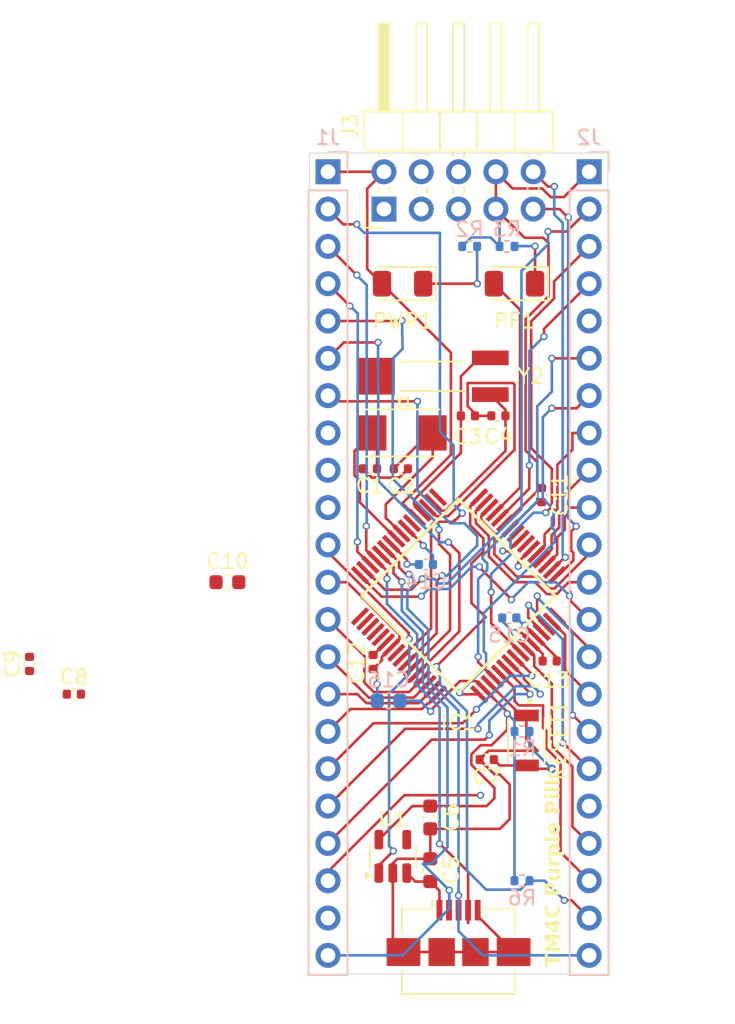
<source format=kicad_pcb>
(kicad_pcb (version 20240108) (generator "pcbnew") (generator_version "8.0")
  (layers (0 "F.Cu" signal) (31 "B.Cu" signal) (34 "B.Paste" user) (35 "F.Paste" user) (36 "B.SilkS" user "B.Silkscreen") (37 "F.SilkS" user "F.Silkscreen") (38 "B.Mask" user) (39 "F.Mask" user) (44 "Edge.Cuts" user))
  (net 0 "")
  (net 1 "/OSC1")
  (net 2 "GND")
  (net 3 "/XOSC1")
  (net 4 "/GNDX")
  (net 5 "/OSC0")
  (net 6 "/XOSC0")
  (net 7 "/VIN")
  (net 8 "/NRST")
  (net 9 "+3.3V")
  (net 10 "/VDDC")
  (net 11 "/PF1")
  (net 12 "/PD7")
  (net 13 "/PD5")
  (net 14 "/PC7")
  (net 15 "/PB1")
  (net 16 "/PB0")
  (net 17 "/PA4")
  (net 18 "/PB5")
  (net 19 "/PC4")
  (net 20 "/TCK{slash}SWCLK")
  (net 21 "/PE1")
  (net 22 "/TDI")
  (net 23 "/PA3")
  (net 24 "/PB3")
  (net 25 "/RX")
  (net 26 "/PF4")
  (net 27 "/PB4")
  (net 28 "/PF0")
  (net 29 "/PB2")
  (net 30 "/PC6")
  (net 31 "/TX")
  (net 32 "/PD4")
  (net 33 "/PD2")
  (net 34 "/PB7")
  (net 35 "/NWAKE")
  (net 36 "/PA7")
  (net 37 "/PA2")
  (net 38 "/PE0")
  (net 39 "/PA6")
  (net 40 "/PE2")
  (net 41 "/PD0")
  (net 42 "/PE4")
  (net 43 "/PD3")
  (net 44 "/PD6")
  (net 45 "/PD1")
  (net 46 "/PE5")
  (net 47 "/PB6")
  (net 48 "/NHIB")
  (net 49 "/TDO{slash}SWO")
  (net 50 "/PE3")
  (net 51 "/PA5")
  (net 52 "/PF2")
  (net 53 "/PF3")
  (net 54 "/PC5")
  (net 55 "/TMS{slash}SWDIO")
  (net 56 "/TDP{slash}SWO")
  (net 57 "/RST")
  (net 58 "Net-(PF1-K)")
  (net 59 "Net-(PWR1-K)")
  (footprint "Capacitor_SMD:C_0402_1005Metric" (layer "F.Cu") (at 81.28 84.3 90)
    (property "Reference" "C9")
    (property "Value" ".1uF")
  )
  (footprint "ABM3-16.000MHZ-B2-T:XTAL_ABM3-16.000MHZ-B2-T" (layer "F.Cu") (at 106.68 68.58)
    (property "Reference" "Y1")
    (property "Value" "ABM3-16.000MHZ-B2-T")
  )
  (footprint "Capacitor_SMD:C_0402_1005Metric" (layer "F.Cu") (at 106.561401 71.020548)
    (property "Reference" "C2")
    (property "Value" "10pF")
  )
  (footprint "Capacitor_SMD:C_0402_1005Metric" (layer "F.Cu") (at 112.410534 90.812871 180)
    (property "Reference" "C7")
    (property "Value" ".1uF")
  )
  (footprint "LED_SMD:LED_1206_3216Metric" (layer "F.Cu") (at 114.3 58.42 180)
    (property "Reference" "PF1")
    (property "Value" "LED")
  )
  (footprint "Capacitor_SMD:C_0402_1005Metric" (layer "F.Cu") (at 84.3 86.36)
    (property "Reference" "C8")
    (property "Value" ".1uF")
  )
  (footprint "AB26TRB-32.768KHZ-T:XTAL_AB26TRB-32.768KHZ-T" (layer "F.Cu") (at 108.776204 64.718979)
    (property "Reference" "Y2")
    (property "Value" "AB26TRB-32.768KHZ-T")
  )
  (footprint "B3U-1000P:SW_B3U-1000P" (layer "F.Cu") (at 115.103425 89.514741 -90)
    (property "Reference" "RESET1")
    (property "Value" "B3U-1000P")
  )
  (footprint "Capacitor_SMD:C_0402_1005Metric" (layer "F.Cu") (at 104.670275 84.171656 -90)
    (property "Reference" "C12")
    (property "Value" ".1uF")
  )
  (footprint "Capacitor_SMD:C_0603_1608Metric" (layer "F.Cu") (at 94.755 78.74)
    (property "Reference" "C10")
    (property "Value" "2.2uF")
  )
  (footprint "Connector_USB:USB_Micro-B_Amphenol_10104110_Horizontal" (layer "F.Cu") (at 110.49 102.616)
    (property "Reference" "J5" (hide yes))
    (property "Value" "USB_B_Micro")
  )
  (footprint "Capacitor_SMD:C_0603_1608Metric" (layer "F.Cu") (at 108.565854 98.342054 -90)
    (property "Reference" "C5")
    (property "Value" "1uF")
  )
  (footprint "Capacitor_SMD:C_0402_1005Metric" (layer "F.Cu") (at 116.693158 84.109362)
    (property "Reference" "C13")
    (property "Value" ".1uF")
  )
  (footprint "Connector_PinHeader_2.54mm:PinHeader_2x05_P2.54mm_Horizontal" (layer "F.Cu") (at 105.41 53.34 90)
    (property "Reference" "J3")
    (property "Value" "Conn_02x05_Odd_Even")
  )
  (footprint "Capacitor_SMD:C_0402_1005Metric" (layer "F.Cu") (at 113.203128 67.412463 180)
    (property "Reference" "C4")
    (property "Value" "24pF")
  )
  (footprint "Capacitor_SMD:C_0402_1005Metric" (layer "F.Cu") (at 116.143801 72.808036 90)
    (property "Reference" "C11")
    (property "Value" ".1uF")
  )
  (footprint "TM4C123GH6PMI7R:QFP50P1200X1200X160-64N" (layer "F.Cu") (at 110.49 79.661922 135)
    (property "Reference" "IC1")
    (property "Value" "TM4C123GH6PMI7R")
  )
  (footprint "LED_SMD:LED_1206_3216Metric" (layer "F.Cu") (at 106.68 58.42 180)
    (property "Reference" "PWR1")
    (property "Value" "LED")
  )
  (footprint "Package_TO_SOT_SMD:SOT-23-5" (layer "F.Cu") (at 106.014198 97.40314 90)
    (property "Reference" "U1")
    (property "Value" "TLV75533PDBV")
  )
  (footprint "Capacitor_SMD:C_0402_1005Metric" (layer "F.Cu") (at 111.129139 67.415372)
    (property "Reference" "C3")
    (property "Value" "24pF")
  )
  (footprint "Capacitor_SMD:C_0402_1005Metric" (layer "F.Cu") (at 104.456712 71.0186 180)
    (property "Reference" "C1")
    (property "Value" "10pF")
  )
  (footprint "Capacitor_SMD:C_0603_1608Metric" (layer "F.Cu") (at 108.565854 94.755 -90)
    (property "Reference" "C6")
    (property "Value" "1uF")
  )
  (footprint "Connector_PinHeader_2.54mm:PinHeader_1x22_P2.54mm_Vertical" (layer "B.Cu") (at 101.6 50.8 180)
    (property "Reference" "J1")
    (property "Value" "Conn_01x22")
  )
  (footprint "Capacitor_SMD:C_0603_1608Metric" (layer "B.Cu") (at 105.724989 86.813335 180)
    (property "Reference" "C16")
    (property "Value" "10uF")
  )
  (footprint "Resistor_SMD:R_0402_1005Metric" (layer "B.Cu") (at 114.81 88.9)
    (property "Reference" "R1")
    (property "Value" "10k")
  )
  (footprint "Capacitor_SMD:C_0402_1005Metric" (layer "B.Cu") (at 113.942501 81.168363)
    (property "Reference" "C15")
    (property "Value" ".1uF")
  )
  (footprint "Capacitor_SMD:C_0402_1005Metric" (layer "B.Cu") (at 108.266174 77.534991)
    (property "Reference" "C14")
    (property "Value" ".1uF" (hide yes))
  )
  (footprint "Resistor_SMD:R_0402_1005Metric" (layer "B.Cu") (at 113.79 55.88 180)
    (property "Reference" "R3")
    (property "Value" "1k")
  )
  (footprint "Connector_PinHeader_2.54mm:PinHeader_1x22_P2.54mm_Vertical" (layer "B.Cu") (at 119.38 50.8 180)
    (property "Reference" "J2")
    (property "Value" "Conn_01x22")
  )
  (footprint "Resistor_SMD:R_0402_1005Metric" (layer "B.Cu") (at 114.81 99.06)
    (property "Reference" "R6")
    (property "Value" "1M")
  )
  (footprint "Resistor_SMD:R_0402_1005Metric" (layer "B.Cu") (at 111.244583 55.88 180)
    (property "Reference" "R2")
    (property "Value" "1k")
  )
  (gr_rect (start 100.33 49.53) (end 120.65 105.41) (stroke (width 0.05)) (fill none) (layer "Edge.Cuts"))
  (gr_text "TM4C Purple Pill" (at 117.54514 104.951335 90) (layer "F.SilkS") (effects (font (size 0.992 0.992) (thickness 0.248) (bold yes)) (justify left bottom)))
  (segment (start 103.407812 69.802188) (end 103.407812 71.47313) (width 0.1778) (layer "F.Cu") (net 1))
  (segment (start 103.407812 71.47313) (end 103.773577 71.838895) (width 0.1778) (layer "F.Cu") (net 1))
  (segment (start 103.773577 71.838895) (end 103.773577 73.299052) (width 0.1778) (layer "F.Cu") (net 1))
  (segment (start 103.773577 73.299052) (end 106.255845 75.78132) (width 0.1778) (layer "F.Cu") (net 1))
  (segment (start 104.936712 71.0186) (end 104.936712 68.886712) (width 0.1778) (layer "F.Cu") (net 1))
  (segment (start 104.936712 68.886712) (end 104.63 68.58) (width 0.1778) (layer "F.Cu") (net 1))
  (segment (start 104.63 68.58) (end 103.407812 69.802188) (width 0.1778) (layer "F.Cu") (net 1))
  (segment (start 109.34 103.916) (end 106.74 103.916) (width 0.1778) (layer "F.Cu") (net 2))
  (segment (start 116.760752 52.525042) (end 117.654958 52.525042) (width 0.1778) (layer "F.Cu") (net 2))
  (segment (start 114.24 103.916) (end 111.64 103.916) (width 0.1778) (layer "F.Cu") (net 2))
  (segment (start 115.103425 89.447118) (end 115.103425 87.814741) (width 0.1778) (layer "F.Cu") (net 2))
  (segment (start 107.041401 71.020548) (end 106.442501 71.619448) (width 0.1778) (layer "F.Cu") (net 2))
  (segment (start 114.753732 87.814741) (end 112.602835 85.663844) (width 0.1778) (layer "F.Cu") (net 2))
  (segment (start 104.94413 85.680951) (end 104.94413 84.925511) (width 0.1778) (layer "F.Cu") (net 2))
  (segment (start 113.282439 91.819319) (end 112.936982 91.819319) (width 0.1778) (layer "F.Cu") (net 2))
  (segment (start 106.014198 103.190198) (end 106.014198 98.54064) (width 0.1778) (layer "F.Cu") (net 2))
  (segment (start 111.79 101.066) (end 111.79 101.466) (width 0.1778) (layer "F.Cu") (net 2))
  (segment (start 113.03 50.8) (end 114.1689 51.9389) (width 0.1778) (layer "F.Cu") (net 2))
  (segment (start 106.014198 98.54064) (end 106.014198 97.878141) (width 0.1778) (layer "F.Cu") (net 2))
  (segment (start 116.6139 55.6539) (end 116.253525 55.293525) (width 0.1778) (layer "F.Cu") (net 2))
  (segment (start 111.64 103.916) (end 109.34 103.916) (width 0.1778) (layer "F.Cu") (net 2))
  (segment (start 115.850371 72.533784) (end 115.850371 70.564268) (width 0.1778) (layer "F.Cu") (net 2))
  (segment (start 106.465195 82.300326) (end 106.465195 82.626067) (width 0.1778) (layer "F.Cu") (net 2))
  (segment (start 104.670275 84.651656) (end 105.269175 84.052756) (width 0.1778) (layer "F.Cu") (net 2))
  (segment (start 108.080112 76.191374) (end 106.962951 75.074213) (width 0.1778) (layer "F.Cu") (net 2))
  (segment (start 101.6 78.74) (end 102.904869 78.74) (width 0.1778) (layer "F.Cu") (net 2))
  (segment (start 113.969097 92.505977) (end 113.282439 91.819319) (width 0.1778) (layer "F.Cu") (net 2))
  (segment (start 117.654958 52.525042) (end 119.38 50.8) (width 0.1778) (layer "F.Cu") (net 2))
  (segment (start 105.269175 83.822087) (end 105.902291 83.188971) (width 0.1778) (layer "F.Cu") (net 2))
  (segment (start 113.03 50.8) (end 113.03 53.34) (width 0.1778) (layer "F.Cu") (net 2))
  (segment (start 113.663495 74.72066) (end 115.850371 72.533784) (width 0.1778) (layer "F.Cu") (net 2))
  (segment (start 106.014198 97.878141) (end 106.325285 97.567054) (width 0.1778) (layer "F.Cu") (net 2))
  (segment (start 104.949989 84.93137) (end 104.670275 84.651656) (width 0.1778) (layer "F.Cu") (net 2))
  (segment (start 115.784816 82.481864) (end 115.784816 82.463657) (width 0.1778) (layer "F.Cu") (net 2))
  (segment (start 112.936982 91.819319) (end 111.930534 90.812871) (width 0.1778) (layer "F.Cu") (net 2))
  (segment (start 102.904869 78.74) (end 106.465195 82.300326) (width 0.1778) (layer "F.Cu") (net 2))
  (segment (start 106.442501 71.619448) (end 104.57756 71.619448) (width 0.1778) (layer "F.Cu") (net 2))
  (segment (start 106.325285 97.567054) (end 108.565854 97.567054) (width 0.1778) (layer "F.Cu") (net 2))
  (segment (start 117.0511 95.618821) (end 117.0511 95.53) (width 0.1778) (layer "F.Cu") (net 2))
  (segment (start 116.17461 51.9389) (end 116.760752 52.525042) (width 0.1778) (layer "F.Cu") (net 2))
  (segment (start 104.57756 71.619448) (end 103.976712 71.0186) (width 0.1778) (layer "F.Cu") (net 2))
  (segment (start 115.870278 90.213971) (end 115.103425 89.447118) (width 0.1778) (layer "F.Cu") (net 2))
  (segment (start 113.969097 94.868076) (end 113.969097 92.505977) (width 0.1778) (layer "F.Cu") (net 2))
  (segment (start 111.930534 90.812871) (end 112.529434 90.213971) (width 0.1778) (layer "F.Cu") (net 2))
  (segment (start 116.6139 59.275148) (end 116.6139 55.6539) (width 0.1778) (layer "F.Cu") (net 2))
  (segment (start 111.79 101.466) (end 114.24 103.916) (width 0.1778) (layer "F.Cu") (net 2))
  (segment (start 115.0556 60.833448) (end 116.6139 59.275148) (width 0.1778) (layer "F.Cu") (net 2))
  (segment (start 108.565854 95.53) (end 113.307173 95.53) (width 0.1778) (layer "F.Cu") (net 2))
  (segment (start 108.565854 95.53) (end 108.565854 97.567054) (width 0.1778) (layer "F.Cu") (net 2))
  (segment (start 105.269175 84.052756) (end 105.269175 83.822087) (width 0.1778) (layer "F.Cu") (net 2))
  (segment (start 108.080112 76.241863) (end 108.080112 76.191374) (width 0.1778) (layer "F.Cu") (net 2))
  (segment (start 117.173158 83.870206) (end 115.784816 82.481864) (width 0.1778) (layer "F.Cu") (net 2))
  (segment (start 117.173158 84.109362) (end 117.173158 83.870206) (width 0.1778) (layer "F.Cu") (net 2))
  (segment (start 106.465195 82.626067) (end 105.902291 83.188971) (width 0.1778) (layer "F.Cu") (net 2))
  (segment (start 115.784816 82.463657) (end 114.99747 81.676311) (width 0.1778) (layer "F.Cu") (net 2))
  (segment (start 106.74 103.916) (end 106.014198 103.190198) (width 0.1778) (layer "F.Cu") (net 2))
  (segment (start 115.103425 87.814741) (end 114.753732 87.814741) (width 0.1778) (layer "F.Cu") (net 2))
  (segment (start 115.0556 69.769497) (end 115.0556 60.833448) (width 0.1778) (layer "F.Cu") (net 2))
  (segment (start 114.983525 55.293525) (end 113.03 53.34) (width 0.1778) (layer "F.Cu") (net 2))
  (segment (start 116.253525 55.293525) (end 114.983525 55.293525) (width 0.1778) (layer "F.Cu") (net 2))
  (segment (start 112.529434 90.213971) (end 115.870278 90.213971) (width 0.1778) (layer "F.Cu") (net 2))
  (segment (start 114.1689 51.9389) (end 116.17461 51.9389) (width 0.1778) (layer "F.Cu") (net 2))
  (segment (start 104.94413 84.925511) (end 104.670275 84.651656) (width 0.1778) (layer "F.Cu") (net 2))
  (segment (start 115.850371 70.564268) (end 115.0556 69.769497) (width 0.1778) (layer "F.Cu") (net 2))
  (segment (start 108.565854 95.53) (end 108.654675 95.618821) (width 0.1778) (layer "F.Cu") (net 2))
  (segment (start 113.307173 95.53) (end 113.969097 94.868076) (width 0.1778) (layer "F.Cu") (net 2))
  (via (at 104.94413 85.680951) (size 0.5) (drill 0.3) (layers "F.Cu" "B.Cu") (net 2))
  (via (at 108.080112 76.241863) (size 0.5) (drill 0.3) (layers "F.Cu" "B.Cu") (net 2))
  (via (at 114.99747 81.676311) (size 0.5) (drill 0.3) (layers "F.Cu" "B.Cu") (net 2))
  (segment (start 110.734583 55.88) (end 111.343483 55.2711) (width 0.1778) (layer "B.Cu") (net 2))
  (segment (start 113.28 53.59) (end 113.03 53.34) (width 0.1778) (layer "B.Cu") (net 2))
  (segment (start 104.94413 85.680951) (end 104.97709 85.680951) (width 0.1778) (layer "B.Cu") (net 2))
  (segment (start 104.97709 85.680951) (end 104.97709 85.680951) (width 0.1778) (layer "B.Cu") (net 2))
  (segment (start 114.428122 81.168363) (end 114.93607 81.676311) (width 0.1778) (layer "B.Cu") (net 2))
  (segment (start 104.94413 85.713911) (end 104.94413 85.680951) (width 0.1778) (layer "B.Cu") (net 2))
  (segment (start 108.746174 76.917228) (end 108.080112 76.251166) (width 0.1778) (layer "B.Cu") (net 2))
  (segment (start 111.343483 55.2711) (end 112.6711 55.2711) (width 0.1778) (layer "B.Cu") (net 2))
  (segment (start 108.080112 76.251166) (end 108.080112 76.241863) (width 0.1778) (layer "B.Cu") (net 2))
  (segment (start 104.949989 85.708052) (end 104.94413 85.713911) (width 0.1778) (layer "B.Cu") (net 2))
  (segment (start 114.93607 81.676311) (end 114.99747 81.676311) (width 0.1778) (layer "B.Cu") (net 2))
  (segment (start 112.6711 55.2711) (end 113.28 55.88) (width 0.1778) (layer "B.Cu") (net 2))
  (segment (start 108.070809 76.241863) (end 108.089415 76.260469) (width 0.1778) (layer "B.Cu") (net 2))
  (segment (start 114.99747 81.737711) (end 114.963979 81.70422) (width 0.1778) (layer "B.Cu") (net 2))
  (segment (start 108.746174 77.534991) (end 108.746174 76.917228) (width 0.1778) (layer "B.Cu") (net 2))
  (segment (start 104.949989 86.813335) (end 104.949989 85.708052) (width 0.1778) (layer "B.Cu") (net 2))
  (segment (start 114.99747 81.676311) (end 114.99747 81.737711) (width 0.1778) (layer "B.Cu") (net 2))
  (segment (start 113.28 55.88) (end 113.28 53.59) (width 0.1778) (layer "B.Cu") (net 2))
  (segment (start 108.080112 76.241863) (end 108.070809 76.241863) (width 0.1778) (layer "B.Cu") (net 2))
  (segment (start 110.649139 67.415372) (end 110.649139 69.936478) (width 0.1778) (layer "F.Cu") (net 3))
  (segment (start 107.460708 73.124909) (end 107.460708 73.450649) (width 0.1778) (layer "F.Cu") (net 3))
  (segment (start 110.649139 67.415372) (end 110.649139 64.721044) (width 0.1778) (layer "F.Cu") (net 3))
  (segment (start 110.649139 69.936478) (end 107.460708 73.124909) (width 0.1778) (layer "F.Cu") (net 3))
  (segment (start 110.649139 64.721044) (end 111.901204 63.468979) (width 0.1778) (layer "F.Cu") (net 3))
  (segment (start 111.901204 63.468979) (end 112.651204 63.468979) (width 0.1778) (layer "F.Cu") (net 3))
  (segment (start 107.460708 73.450649) (end 108.023612 74.013553) (width 0.1778) (layer "F.Cu") (net 3))
  (segment (start 114.3 69.723003) (end 109.775853 74.24715) (width 0.1778) (layer "F.Cu") (net 4))
  (segment (start 111.757463 67.403038) (end 111.112304 66.757879) (width 0.1778) (layer "F.Cu") (net 4))
  (segment (start 111.621473 67.403038) (end 111.609139 67.415372) (width 0.1778) (layer "F.Cu") (net 4))
  (segment (start 108.964315 74.24715) (end 108.377165 73.66) (width 0.1778) (layer "F.Cu") (net 4))
  (segment (start 111.112304 65.180079) (end 114.190104 65.180079) (width 0.1778) (layer "F.Cu") (net 4))
  (segment (start 114.190104 65.180079) (end 114.3 65.289975) (width 0.1778) (layer "F.Cu") (net 4))
  (segment (start 109.775853 74.24715) (end 108.964315 74.24715) (width 0.1778) (layer "F.Cu") (net 4))
  (segment (start 112.720219 67.415372) (end 112.723128 67.412463) (width 0.1778) (layer "F.Cu") (net 4))
  (segment (start 111.112304 66.757879) (end 111.112304 65.180079) (width 0.1778) (layer "F.Cu") (net 4))
  (segment (start 114.3 65.289975) (end 114.3 69.723003) (width 0.1778) (layer "F.Cu") (net 4))
  (segment (start 111.609139 67.415372) (end 112.720219 67.415372) (width 0.1778) (layer "F.Cu") (net 4))
  (segment (start 106.081401 71.020548) (end 106.046494 71.055455) (width 0.1778) (layer "F.Cu") (net 5))
  (segment (start 108.73 70.252387) (end 105.536196 73.446191) (width 0.1778) (layer "F.Cu") (net 5))
  (segment (start 105.536196 73.446191) (end 105.536196 74.354565) (width 0.1778) (layer "F.Cu") (net 5))
  (segment (start 105.536196 74.354565) (end 106.609398 75.427767) (width 0.1778) (layer "F.Cu") (net 5))
  (segment (start 106.079453 71.0186) (end 106.081401 71.020548) (width 0.1778) (layer "F.Cu") (net 5))
  (segment (start 108.521949 68.58) (end 108.73 68.58) (width 0.1778) (layer "F.Cu") (net 5))
  (segment (start 106.081401 71.020548) (end 108.521949 68.58) (width 0.1778) (layer "F.Cu") (net 5))
  (segment (start 108.73 68.58) (end 108.73 70.252387) (width 0.1778) (layer "F.Cu") (net 5))
  (segment (start 109.293622 73.86935) (end 109.619363 73.86935) (width 0.1778) (layer "F.Cu") (net 6))
  (segment (start 113.683128 67.412463) (end 113.683128 67.000903) (width 0.1778) (layer "F.Cu") (net 6))
  (segment (start 108.730718 73.306446) (end 109.293622 73.86935) (width 0.1778) (layer "F.Cu") (net 6))
  (segment (start 109.619363 73.86935) (end 113.683128 69.805585) (width 0.1778) (layer "F.Cu") (net 6))
  (segment (start 113.683128 69.805585) (end 113.683128 67.412463) (width 0.1778) (layer "F.Cu") (net 6))
  (segment (start 113.683128 67.000903) (end 112.651204 65.968979) (width 0.1778) (layer "F.Cu") (net 6))
  (segment (start 109.19 99.7412) (end 108.565854 99.117054) (width 0.1778) (layer "F.Cu") (net 7))
  (segment (start 108.565854 99.117054) (end 107.540612 99.117054) (width 0.1778) (layer "F.Cu") (net 7))
  (segment (start 109.19 101.066) (end 109.19 99.7412) (width 0.1778) (layer "F.Cu") (net 7))
  (segment (start 101.6 76.695923) (end 107.097663 82.193586) (width 0.1778) (layer "F.Cu") (net 7))
  (segment (start 107.540612 99.117054) (end 106.964198 98.54064) (width 0.1778) (layer "F.Cu") (net 7))
  (segment (start 101.6 76.2) (end 101.6 76.695923) (width 0.1778) (layer "F.Cu") (net 7))
  (segment (start 105.064198 98.021623) (end 105.064198 98.54064) (width 0.1778) (layer "F.Cu") (net 7))
  (segment (start 107.13581 82.598866) (end 107.097663 82.637013) (width 0.1778) (layer "F.Cu") (net 7))
  (segment (start 107.097663 82.560719) (end 107.13581 82.598866) (width 0.1778) (layer "F.Cu") (net 7))
  (segment (start 107.097663 82.637013) (end 107.097663 82.726025) (width 0.1778) (layer "F.Cu") (net 7))
  (segment (start 106.047176 97.038645) (end 105.064198 98.021623) (width 0.1778) (layer "F.Cu") (net 7))
  (segment (start 107.097663 82.193586) (end 107.097663 82.560719) (width 0.1778) (layer "F.Cu") (net 7))
  (via (at 107.13581 82.598866) (size 0.5) (drill 0.3) (layers "F.Cu" "B.Cu") (net 7))
  (via (at 106.047176 97.038645) (size 0.5) (drill 0.3) (layers "F.Cu" "B.Cu") (net 7))
  (segment (start 106.099912 97.038645) (end 106.020809 96.959542) (width 0.1778) (layer "B.Cu") (net 7))
  (segment (start 105.761089 96.699822) (end 106.047176 96.985909) (width 0.1778) (layer "B.Cu") (net 7))
  (segment (start 107.13581 84.969516) (end 105.761089 86.344237) (width 0.1778) (layer "B.Cu") (net 7))
  (segment (start 106.047176 97.038645) (end 106.099912 97.038645) (width 0.1778) (layer "B.Cu") (net 7))
  (segment (start 107.13581 82.598866) (end 107.13581 84.969516) (width 0.1778) (layer "B.Cu") (net 7))
  (segment (start 106.047176 96.985909) (end 106.047176 97.038645) (width 0.1778) (layer "B.Cu") (net 7))
  (segment (start 105.761089 86.344237) (end 105.761089 96.699822) (width 0.1778) (layer "B.Cu") (net 7))
  (segment (start 115.328684 91.44) (end 115.103425 91.214741) (width 0.1778) (layer "F.Cu") (net 8))
  (segment (start 113.292404 91.214741) (end 112.890534 90.812871) (width 0.1778) (layer "F.Cu") (net 8))
  (segment (start 116.84 91.44) (end 115.328684 91.44) (width 0.1778) (layer "F.Cu") (net 8))
  (segment (start 115.103425 91.214741) (end 113.292404 91.214741) (width 0.1778) (layer "F.Cu") (net 8))
  (via (at 116.84 91.44) (size 0.6) (drill 0.3) (layers "F.Cu" "B.Cu") (net 8))
  (segment (start 115.32 88.9) (end 115.32 89.92) (width 0.1778) (layer "B.Cu") (net 8))
  (segment (start 115.32 89.92) (end 116.84 91.44) (width 0.1778) (layer "B.Cu") (net 8))
  (segment (start 114.76894 82.173095) (end 114.305321 82.173095) (width 0.1778) (layer "F.Cu") (net 9))
  (segment (start 112.927499 92.730274) (end 112.927499 93.452647) (width 0.1778) (layer "F.Cu") (net 9))
  (segment (start 109.9689 70.0689) (end 106.68 73.3578) (width 0.1778) (layer "F.Cu") (net 9))
  (segment (start 116.143801 73.288036) (end 115.803226 73.288036) (width 0.1778) (layer "F.Cu") (net 9))
  (segment (start 107.349838 93.98) (end 108.565854 93.98) (width 0.1778) (layer "F.Cu") (net 9))
  (segment (start 111.699078 85.467194) (end 112.249282 86.017398) (width 0.1778) (layer "F.Cu") (net 9))
  (segment (start 106.982349 77.511733) (end 106.982349 77.214931) (width 0.1778) (layer "F.Cu") (net 9))
  (segment (start 110.590767 85.467194) (end 111.699078 85.467194) (width 0.1778) (layer "F.Cu") (net 9))
  (segment (start 104.692499 83.691656) (end 105.548738 82.835417) (width 0.1778) (layer "F.Cu") (net 9))
  (segment (start 108.565854 87.492107) (end 110.590767 85.467194) (width 0.1778) (layer "F.Cu") (net 9))
  (segment (start 113.803423 87.696896) (end 113.803423 88.77539) (width 0.1778) (layer "F.Cu") (net 9))
  (segment (start 111.986796 89.836171) (end 111.361634 90.461333) (width 0.1778) (layer "F.Cu") (net 9))
  (segment (start 112.742642 89.836171) (end 111.986796 89.836171) (width 0.1778) (layer "F.Cu") (net 9))
  (segment (start 116.213158 83.617313) (end 115.431262 82.835417) (width 0.1778) (layer "F.Cu") (net 9))
  (segment (start 106.68 73.3578) (end 106.68 73.377048) (width 0.1778) (layer "F.Cu") (net 9))
  (segment (start 109.9689 63.1089) (end 109.9689 70.0689) (width 0.1778) (layer "F.Cu") (net 9))
  (segment (start 115.431262 82.835417) (end 114.76894 82.173095) (width 0.1778) (layer "F.Cu") (net 9))
  (segment (start 112.400146 93.98) (end 108.565854 93.98) (width 0.1778) (layer "F.Cu") (net 9))
  (segment (start 105.41 50.8) (end 101.6 50.8) (width 0.1778) (layer "F.Cu") (net 9))
  (segment (start 111.361634 90.461333) (end 111.361634 91.164409) (width 0.1778) (layer "F.Cu") (net 9))
  (segment (start 104.2711 51.9389) (end 105.41 50.8) (width 0.1778) (layer "F.Cu") (net 9))
  (segment (start 105.28 58.42) (end 109.9689 63.1089) (width 0.1778) (layer "F.Cu") (net 9))
  (segment (start 113.803423 88.77539) (end 112.742642 89.836171) (width 0.1778) (layer "F.Cu") (net 9))
  (segment (start 105.28 58.42) (end 104.2711 57.4111) (width 0.1778) (layer "F.Cu") (net 9))
  (segment (start 104.2711 57.4111) (end 104.2711 51.9389) (width 0.1778) (layer "F.Cu") (net 9))
  (segment (start 111.361634 91.164409) (end 112.927499 92.730274) (width 0.1778) (layer "F.Cu") (net 9))
  (segment (start 113.803423 87.571539) (end 112.249282 86.017398) (width 0.1778) (layer "F.Cu") (net 9))
  (segment (start 108.591653 87.537672) (end 108.565854 87.511873) (width 0.1778) (layer "F.Cu") (net 9))
  (segment (start 115.803226 73.288036) (end 114.017049 75.074213) (width 0.1778) (layer "F.Cu") (net 9))
  (segment (start 113.803423 87.696896) (end 113.803423 87.571539) (width 0.1778) (layer "F.Cu") (net 9))
  (segment (start 107.349838 93.98) (end 105.064198 96.26564) (width 0.1778) (layer "F.Cu") (net 9))
  (segment (start 104.670275 83.691656) (end 104.692499 83.691656) (width 0.1778) (layer "F.Cu") (net 9))
  (segment (start 108.565854 87.511873) (end 108.565854 87.492107) (width 0.1778) (layer "F.Cu") (net 9))
  (segment (start 106.68 73.377048) (end 107.670058 74.367106) (width 0.1778) (layer "F.Cu") (net 9))
  (segment (start 112.927499 93.452647) (end 112.400146 93.98) (width 0.1778) (layer "F.Cu") (net 9))
  (segment (start 106.982349 77.214931) (end 105.902291 76.134873) (width 0.1778) (layer "F.Cu") (net 9))
  (segment (start 116.213158 84.109362) (end 116.213158 83.617313) (width 0.1778) (layer "F.Cu") (net 9))
  (via (at 108.591653 87.537672) (size 0.5) (drill 0.3) (layers "F.Cu" "B.Cu") (net 9))
  (via (at 114.305321 82.173095) (size 0.5) (drill 0.3) (layers "F.Cu" "B.Cu") (net 9))
  (via (at 113.803423 87.696896) (size 0.5) (drill 0.3) (layers "F.Cu" "B.Cu") (net 9))
  (via (at 106.982349 77.511733) (size 0.5) (drill 0.3) (layers "F.Cu" "B.Cu") (net 9))
  (segment (start 107.786174 77.534991) (end 107.056774 77.534991) (width 0.1778) (layer "B.Cu") (net 9))
  (segment (start 114.305321 82.173095) (end 114.305321 82.228913) (width 0.1778) (layer "B.Cu") (net 9))
  (segment (start 113.815067 87.696896) (end 114.3 88.181829) (width 0.1778) (layer "B.Cu") (net 9))
  (segment (start 106.982349 77.460566) (end 107.038168 77.516385) (width 0.1778) (layer "B.Cu") (net 9))
  (segment (start 107.033516 77.511733) (end 106.982349 77.511733) (width 0.1778) (layer "B.Cu") (net 9))
  (segment (start 113.803423 87.696896) (end 113.815067 87.696896) (width 0.1778) (layer "B.Cu") (net 9))
  (segment (start 114.305321 82.228913) (end 114.260666 82.184258) (width 0.1778) (layer "B.Cu") (net 9))
  (segment (start 113.462501 81.168363) (end 113.462501 81.386093) (width 0.1778) (layer "B.Cu") (net 9))
  (segment (start 107.867316 86.813335) (end 108.591653 87.537672) (width 0.1778) (layer "B.Cu") (net 9))
  (segment (start 114.249503 82.173095) (end 114.305321 82.173095) (width 0.1778) (layer "B.Cu") (net 9))
  (segment (start 114.3 88.181829) (end 114.3 88.9) (width 0.1778) (layer "B.Cu") (net 9))
  (segment (start 114.3 88.9) (end 114.3 99.06) (width 0.1778) (layer "B.Cu") (net 9))
  (segment (start 106.499989 86.813335) (end 107.867316 86.813335) (width 0.1778) (layer "B.Cu") (net 9))
  (segment (start 113.462501 81.386093) (end 114.249503 82.173095) (width 0.1778) (layer "B.Cu") (net 9))
  (segment (start 107.056774 77.534991) (end 107.033516 77.511733) (width 0.1778) (layer "B.Cu") (net 9))
  (segment (start 106.982349 77.511733) (end 106.982349 77.460566) (width 0.1778) (layer "B.Cu") (net 9))
  (segment (start 114.6778 72.292141) (end 114.6778 60.1978) (width 0.1778) (layer "F.Cu") (net 11))
  (segment (start 112.956388 74.013553) (end 114.6778 72.292141) (width 0.1778) (layer "F.Cu") (net 11))
  (segment (start 106.801382 93.2411) (end 111.903446 93.2411) (width 0.1778) (layer "F.Cu") (net 11))
  (segment (start 111.903446 93.2411) (end 111.908528 93.246182) (width 0.1778) (layer "F.Cu") (net 11))
  (segment (start 101.6 99.06) (end 101.6 98.442482) (width 0.1778) (layer "F.Cu") (net 11))
  (segment (start 111.908528 93.246182) (end 111.988355 93.246182) (width 0.1778) (layer "F.Cu") (net 11))
  (segment (start 111.988355 93.326009) (end 111.982341 93.319995) (width 0.1778) (layer "F.Cu") (net 11))
  (segment (start 112.9 58.42) (end 114.6778 60.1978) (width 0.1778) (layer "F.Cu") (net 11))
  (segment (start 101.6 98.442482) (end 106.801382 93.2411) (width 0.1778) (layer "F.Cu") (net 11))
  (segment (start 111.988355 93.246182) (end 111.988355 93.326009) (width 0.1778) (layer "F.Cu") (net 11))
  (via (at 111.988355 93.246182) (size 0.5) (drill 0.3) (layers "F.Cu" "B.Cu") (net 11))
  (segment (start 119.38 96.52) (end 118.2411 95.3811) (width 0.1778) (layer "F.Cu") (net 12))
  (segment (start 116.84 89.894034) (end 116.84 85.656642) (width 0.1778) (layer "F.Cu") (net 12))
  (segment (start 115.644258 83.75552) (end 115.077709 83.188971) (width 0.1778) (layer "F.Cu") (net 12))
  (segment (start 118.2411 91.295134) (end 116.84 89.894034) (width 0.1778) (layer "F.Cu") (net 12))
  (segment (start 118.2411 95.3811) (end 118.2411 91.295134) (width 0.1778) (layer "F.Cu") (net 12))
  (segment (start 115.644258 84.4609) (end 115.644258 83.75552) (width 0.1778) (layer "F.Cu") (net 12))
  (segment (start 116.84 85.656642) (end 115.644258 84.4609) (width 0.1778) (layer "F.Cu") (net 12))
  (segment (start 106.065649 78.151456) (end 106.065649 77.712445) (width 0.1778) (layer "F.Cu") (net 13))
  (segment (start 109.85831 99.710996) (end 109.85831 101.04769) (width 0.1778) (layer "F.Cu") (net 13))
  (segment (start 106.065649 77.712445) (end 105.195184 76.84198) (width 0.1778) (layer "F.Cu") (net 13))
  (segment (start 109.85831 101.04769) (end 109.84 101.066) (width 0.1778) (layer "F.Cu") (net 13))
  (segment (start 106.625287 78.711094) (end 106.065649 78.151456) (width 0.1778) (layer "F.Cu") (net 13))
  (via (at 106.625287 78.711094) (size 0.5) (drill 0.3) (layers "F.Cu" "B.Cu") (net 13))
  (via (at 109.85831 99.710996) (size 0.5) (drill 0.3) (layers "F.Cu" "B.Cu") (net 13))
  (segment (start 109.736651 96.768651) (end 109.736651 87.271984) (width 0.1778) (layer "B.Cu") (net 13))
  (segment (start 109.85831 99.710996) (end 109.85831 100.96169) (width 0.1778) (layer "B.Cu") (net 13))
  (segment (start 109.736651 87.271984) (end 108.057545 85.592878) (width 0.1778) (layer "B.Cu") (net 13))
  (segment (start 106.68 104.14) (end 101.6 104.14) (width 0.1778) (layer "B.Cu") (net 13))
  (segment (start 108.057545 82.123255) (end 106.625287 80.690997) (width 0.1778) (layer "B.Cu") (net 13))
  (segment (start 109.85831 99.710996) (end 108.057545 97.910231) (width 0.1778) (layer "B.Cu") (net 13))
  (segment (start 106.625287 78.711094) (end 106.625287 78.685287) (width 0.1778) (layer "B.Cu") (net 13))
  (segment (start 108.057545 97.910231) (end 108.595071 97.910231) (width 0.1778) (layer "B.Cu") (net 13))
  (segment (start 109.825857 99.743449) (end 109.819612 99.743449) (width 0.1778) (layer "B.Cu") (net 13))
  (segment (start 108.595071 97.910231) (end 109.736651 96.768651) (width 0.1778) (layer "B.Cu") (net 13))
  (segment (start 106.625287 80.690997) (end 106.625287 78.711094) (width 0.1778) (layer "B.Cu") (net 13))
  (segment (start 106.625287 78.685287) (end 106.68 78.74) (width 0.1778) (layer "B.Cu") (net 13))
  (segment (start 109.890763 99.743449) (end 109.85831 99.710996) (width 0.1778) (layer "B.Cu") (net 13))
  (segment (start 109.85831 99.710996) (end 109.825857 99.743449) (width 0.1778) (layer "B.Cu") (net 13))
  (segment (start 108.057545 85.592878) (end 108.057545 82.123255) (width 0.1778) (layer "B.Cu") (net 13))
  (segment (start 109.85831 100.96169) (end 106.68 104.14) (width 0.1778) (layer "B.Cu") (net 13))
  (segment (start 115.233876 81.137411) (end 115.233876 80.354016) (width 0.1778) (layer "F.Cu") (net 14))
  (segment (start 116.138369 82.12831) (end 116.138369 82.041904) (width 0.1778) (layer "F.Cu") (net 14))
  (segment (start 115.360767 81.264302) (end 115.233876 81.137411) (width 0.1778) (layer "F.Cu") (net 14))
  (segment (start 115.278368 80.309524) (end 115.241746 80.346146) (width 0.1778) (layer "F.Cu") (net 14))
  (segment (start 115.260057 80.309524) (end 115.278368 80.309524) (width 0.1778) (layer "F.Cu") (net 14))
  (segment (start 117.627319 89.687319) (end 117.581759 89.687319) (width 0.1778) (layer "F.Cu") (net 14))
  (segment (start 117.581759 89.687319) (end 117.581759 89.641759) (width 0.1778) (layer "F.Cu") (net 14))
  (segment (start 115.233876 80.354016) (end 115.260057 80.327835) (width 0.1778) (layer "F.Cu") (net 14))
  (segment (start 115.260057 80.327835) (end 115.260057 80.309524) (width 0.1778) (layer "F.Cu") (net 14))
  (segment (start 116.138369 82.041904) (end 115.360767 81.264302) (width 0.1778) (layer "F.Cu") (net 14))
  (segment (start 119.38 91.44) (end 117.627319 89.687319) (width 0.1778) (layer "F.Cu") (net 14))
  (via (at 117.581759 89.687319) (size 0.5) (drill 0.3) (layers "F.Cu" "B.Cu") (net 14))
  (via (at 115.260057 80.309524) (size 0.5) (drill 0.3) (layers "F.Cu" "B.Cu") (net 14))
  (segment (start 117.581759 82.631226) (end 117.581759 89.687319) (width 0.1778) (layer "B.Cu") (net 14))
  (segment (start 115.260057 80.309524) (end 117.581759 82.631226) (width 0.1778) (layer "B.Cu") (net 14))
  (segment (start 101.6 58.44352) (end 103.092334 59.935854) (width 0.1778) (layer "F.Cu") (net 15))
  (segment (start 101.6 58.42) (end 101.6 58.44352) (width 0.1778) (layer "F.Cu") (net 15))
  (segment (start 103.601092 76.662101) (end 103.601092 75.989425) (width 0.1778) (layer "F.Cu") (net 15))
  (segment (start 104.488078 77.549087) (end 103.601092 76.662101) (width 0.1778) (layer "F.Cu") (net 15))
  (via (at 103.092334 59.935854) (size 0.5) (drill 0.3) (layers "F.Cu" "B.Cu") (net 15))
  (via (at 103.601092 75.989425) (size 0.5) (drill 0.3) (layers "F.Cu" "B.Cu") (net 15))
  (segment (start 103.601092 75.989425) (end 103.63023 76.002272) (width 0.1778) (layer "B.Cu") (net 15))
  (segment (start 103.092334 59.935854) (end 103.115854 59.935854) (width 0.1778) (layer "B.Cu") (net 15))
  (segment (start 103.63023 60.45023) (end 103.601092 75.989425) (width 0.1778) (layer "B.Cu") (net 15))
  (segment (start 103.115854 59.935854) (end 103.63023 60.45023) (width 0.1778) (layer "B.Cu") (net 15))
  (segment (start 103.092334 59.912334) (end 103.092334 59.935854) (width 0.1778) (layer "B.Cu") (net 15))
  (segment (start 101.6 55.88) (end 103.550106 57.830106) (width 0.1778) (layer "F.Cu") (net 16))
  (segment (start 111.14 101.066) (end 111.14 101.9438) (width 0.1778) (layer "F.Cu") (net 16))
  (segment (start 103.550106 57.830106) (end 103.568416 57.830106) (width 0.1778) (layer "F.Cu") (net 16))
  (segment (start 105.614375 77.968278) (end 105.614375 78.501282) (width 0.1778) (layer "F.Cu") (net 16))
  (segment (start 104.20535 76.559253) (end 104.20535 74.91824) (width 0.1778) (layer "F.Cu") (net 16))
  (segment (start 104.841631 77.195534) (end 105.614375 77.968278) (width 0.1778) (layer "F.Cu") (net 16))
  (segment (start 111.14 98.448953) (end 109.197751 96.545431) (width 0.1778) (layer "F.Cu") (net 16))
  (segment (start 109.197751 96.545431) (end 109.215523 96.524477) (width 0.1778) (layer "F.Cu") (net 16))
  (segment (start 104.841631 77.195534) (end 104.20535 76.559253) (width 0.1778) (layer "F.Cu") (net 16))
  (segment (start 111.14 101.9438) (end 111.14 98.448953) (width 0.1778) (layer "F.Cu") (net 16))
  (via (at 103.568416 57.830106) (size 0.5) (drill 0.3) (layers "F.Cu" "B.Cu") (net 16))
  (via (at 104.20535 74.91824) (size 0.5) (drill 0.3) (layers "F.Cu" "B.Cu") (net 16))
  (via (at 105.614375 78.501282) (size 0.5) (drill 0.3) (layers "F.Cu" "B.Cu") (net 16))
  (via (at 109.197751 96.545431) (size 0.5) (drill 0.3) (layers "F.Cu" "B.Cu") (net 16))
  (segment (start 104.20535 74.91824) (end 104.23774 74.95063) (width 0.1778) (layer "B.Cu") (net 16))
  (segment (start 104.23774 74.95063) (end 104.23774 75.015068) (width 0.1778) (layer "B.Cu") (net 16))
  (segment (start 105.614375 80.214375) (end 107.67471 82.27471) (width 0.1778) (layer "B.Cu") (net 16))
  (segment (start 104.23774 58.51774) (end 104.23774 74.88585) (width 0.1778) (layer "B.Cu") (net 16))
  (segment (start 104.23774 74.88585) (end 104.20535 74.91824) (width 0.1778) (layer "B.Cu") (net 16))
  (segment (start 103.568416 57.830106) (end 103.568416 57.848416) (width 0.1778) (layer "B.Cu") (net 16))
  (segment (start 103.568416 57.848416) (end 104.23774 58.51774) (width 0.1778) (layer "B.Cu") (net 16))
  (segment (start 107.508219 85.577842) (end 109.197751 87.267374) (width 0.1778) (layer "B.Cu") (net 16))
  (segment (start 107.67471 85.411351) (end 107.508219 85.577842) (width 0.1778) (layer "B.Cu") (net 16))
  (segment (start 103.550106 57.830106) (end 103.568416 57.830106) (width 0.1778) (layer "B.Cu") (net 16))
  (segment (start 109.197751 87.267374) (end 109.197751 96.545431) (width 0.1778) (layer "B.Cu") (net 16))
  (segment (start 105.614375 78.501282) (end 105.614375 80.214375) (width 0.1778) (layer "B.Cu") (net 16))
  (segment (start 107.67471 82.27471) (end 107.67471 85.411351) (width 0.1778) (layer "B.Cu") (net 16))
  (segment (start 116.964404 74.003014) (end 116.964404 74.857727) (width 0.1778) (layer "F.Cu") (net 17))
  (segment (start 116.964404 74.857727) (end 116.347719 75.474412) (width 0.1778) (layer "F.Cu") (net 17))
  (segment (start 117.2178 70.7422) (end 117.2178 73.749618) (width 0.1778) (layer "F.Cu") (net 17))
  (segment (start 119.38 68.58) (end 118.2411 68.58) (width 0.1778) (layer "F.Cu") (net 17))
  (segment (start 116.347719 76.279077) (end 115.784816 76.84198) (width 0.1778) (layer "F.Cu") (net 17))
  (segment (start 118.2411 68.58) (end 118.2411 69.7189) (width 0.1778) (layer "F.Cu") (net 17))
  (segment (start 118.2411 69.7189) (end 117.2178 70.7422) (width 0.1778) (layer "F.Cu") (net 17))
  (segment (start 116.347719 75.474412) (end 116.347719 76.279077) (width 0.1778) (layer "F.Cu") (net 17))
  (segment (start 117.2178 73.749618) (end 116.964404 74.003014) (width 0.1778) (layer "F.Cu") (net 17))
  (segment (start 101.6 53.34) (end 102.638509 54.378509) (width 0.1778) (layer "F.Cu") (net 18))
  (segment (start 108.619012 81.886463) (end 106.609398 83.896077) (width 0.1778) (layer "F.Cu") (net 18))
  (segment (start 110.279367 74.505756) (end 110.202235 74.505756) (width 0.1778) (layer "F.Cu") (net 18))
  (segment (start 108.863763 74.62495) (end 108.619012 74.869701) (width 0.1778) (layer "F.Cu") (net 18))
  (segment (start 110.745432 74.039691) (end 110.279367 74.505756) (width 0.1778) (layer "F.Cu") (net 18))
  (segment (start 102.638509 54.378509) (end 103.559261 54.378509) (width 0.1778) (layer "F.Cu") (net 18))
  (segment (start 108.619012 74.869701) (end 108.619012 81.886463) (width 0.1778) (layer "F.Cu") (net 18))
  (segment (start 110.745432 74.039691) (end 110.160173 74.62495) (width 0.1778) (layer "F.Cu") (net 18))
  (segment (start 110.160173 74.62495) (end 108.863763 74.62495) (width 0.1778) (layer "F.Cu") (net 18))
  (via (at 103.559261 54.378509) (size 0.5) (drill 0.3) (layers "F.Cu" "B.Cu") (net 18))
  (via (at 110.745432 74.039691) (size 0.5) (drill 0.3) (layers "F.Cu" "B.Cu") (net 18))
  (segment (start 110.157795 73.452054) (end 110.157795 69.4235) (width 0.1778) (layer "B.Cu") (net 18))
  (segment (start 110.157795 69.4235) (end 109.22 68.485705) (width 0.1778) (layer "B.Cu") (net 18))
  (segment (start 103.559261 54.455252) (end 103.559261 54.378509) (width 0.1778) (layer "B.Cu") (net 18))
  (segment (start 104.06249 54.958481) (end 103.559261 54.455252) (width 0.1778) (layer "B.Cu") (net 18))
  (segment (start 110.745432 74.039691) (end 110.157795 73.452054) (width 0.1778) (layer "B.Cu") (net 18))
  (segment (start 109.22 54.958481) (end 104.06249 54.958481) (width 0.1778) (layer "B.Cu") (net 18))
  (segment (start 103.482518 54.378509) (end 103.556232 54.452223) (width 0.1778) (layer "B.Cu") (net 18))
  (segment (start 103.559261 54.378509) (end 103.482518 54.378509) (width 0.1778) (layer "B.Cu") (net 18))
  (segment (start 109.22 68.485705) (end 109.22 54.958481) (width 0.1778) (layer "B.Cu") (net 18))
  (segment (start 119.38 83.82) (end 119.38 83.248621) (width 0.1778) (layer "F.Cu") (net 19))
  (segment (start 119.38 83.248621) (end 117.199029 81.06765) (width 0.1778) (layer "F.Cu") (net 19))
  (segment (start 110.76026 88.33949) (end 104.70051 88.33949) (width 0.1778) (layer "F.Cu") (net 21))
  (segment (start 104.70051 88.33949) (end 101.6 91.44) (width 0.1778) (layer "F.Cu") (net 21))
  (segment (start 111.70683 87.39292) (end 110.76026 88.33949) (width 0.1778) (layer "F.Cu") (net 21))
  (segment (start 115.478866 85.004341) (end 114.370602 83.896077) (width 0.1778) (layer "F.Cu") (net 21))
  (segment (start 115.478866 85.113218) (end 115.478866 85.004341) (width 0.1778) (layer "F.Cu") (net 21))
  (via (at 115.478866 85.113218) (size 0.5) (drill 0.3) (layers "F.Cu" "B.Cu") (net 21))
  (via (at 111.70683 87.39292) (size 0.5) (drill 0.3) (layers "F.Cu" "B.Cu") (net 21))
  (segment (start 115.478866 85.113218) (end 113.986532 85.113218) (width 0.1778) (layer "B.Cu") (net 21))
  (segment (start 113.986532 85.113218) (end 111.70683 87.39292) (width 0.1778) (layer "B.Cu") (net 21))
  (segment (start 116.828283 75.528138) (end 116.828283 76.50562) (width 0.1778) (layer "F.Cu") (net 23))
  (segment (start 117.342204 74.159504) (end 117.342204 75.014217) (width 0.1778) (layer "F.Cu") (net 23))
  (segment (start 119.38 71.12) (end 117.5956 72.9044) (width 0.1778) (layer "F.Cu") (net 23))
  (segment (start 116.828283 76.50562) (end 116.138369 77.195534) (width 0.1778) (layer "F.Cu") (net 23))
  (segment (start 117.342204 75.014217) (end 116.828283 75.528138) (width 0.1778) (layer "F.Cu") (net 23))
  (segment (start 117.5956 72.9044) (end 117.5956 73.906108) (width 0.1778) (layer "F.Cu") (net 23))
  (segment (start 117.5956 73.906108) (end 117.342204 74.159504) (width 0.1778) (layer "F.Cu") (net 23))
  (segment (start 105.248354 79.723577) (end 107.923612 79.723577) (width 0.1778) (layer "F.Cu") (net 24))
  (segment (start 118.102896 80.002896) (end 118.102896 79.722367) (width 0.1778) (layer "F.Cu") (net 24))
  (segment (start 107.95413 79.693059) (end 107.984648 79.723577) (width 0.1778) (layer "F.Cu") (net 24))
  (segment (start 118.044614 79.664085) (end 118.102896 79.605803) (width 0.1778) (layer "F.Cu") (net 24))
  (segment (start 118.102896 79.605803) (end 118.102896 79.388575) (width 0.1778) (layer "F.Cu") (net 24))
  (segment (start 114.081501 79.891911) (end 111.903908 77.714318) (width 0.1778) (layer "F.Cu") (net 24))
  (segment (start 107.923612 79.723577) (end 107.95413 79.693059) (width 0.1778) (layer "F.Cu") (net 24))
  (segment (start 107.984648 79.723577) (end 108.038055 79.723577) (width 0.1778) (layer "F.Cu") (net 24))
  (segment (start 114.081501 79.934297) (end 114.081501 79.891911) (width 0.1778) (layer "F.Cu") (net 24))
  (segment (start 103.780971 78.256194) (end 105.248354 79.723577) (width 0.1778) (layer "F.Cu") (net 24))
  (segment (start 118.102896 79.722367) (end 118.044614 79.664085) (width 0.1778) (layer "F.Cu") (net 24))
  (segment (start 111.903908 77.687827) (end 111.877417 77.687827) (width 0.1778) (layer "F.Cu") (net 24))
  (segment (start 119.38 81.28) (end 118.102896 80.002896) (width 0.1778) (layer "F.Cu") (net 24))
  (segment (start 111.903908 77.714318) (end 111.903908 77.687827) (width 0.1778) (layer "F.Cu") (net 24))
  (segment (start 111.877417 77.687827) (end 111.935698 77.746108) (width 0.1778) (layer "F.Cu") (net 24))
  (via (at 118.044614 79.664085) (size 0.5) (drill 0.3) (layers "F.Cu" "B.Cu") (net 24))
  (via (at 111.903908 77.687827) (size 0.5) (drill 0.3) (layers "F.Cu" "B.Cu") (net 24))
  (via (at 107.95413 79.693059) (size 0.5) (drill 0.3) (layers "F.Cu" "B.Cu") (net 24))
  (via (at 114.081501 79.934297) (size 0.5) (drill 0.3) (layers "F.Cu" "B.Cu") (net 24))
  (segment (start 117.120529 78.74) (end 115.244009 78.74) (width 0.1778) (layer "B.Cu") (net 24))
  (segment (start 118.044614 79.664085) (end 117.120529 78.74) (width 0.1778) (layer "B.Cu") (net 24))
  (segment (start 108.439698 79.207491) (end 107.95413 79.693059) (width 0.1778) (layer "B.Cu") (net 24))
  (segment (start 111.903908 77.687827) (end 111.381747 77.687827) (width 0.1778) (layer "B.Cu") (net 24))
  (segment (start 115.244009 78.74) (end 114.081501 79.902508) (width 0.1778) (layer "B.Cu") (net 24))
  (segment (start 114.081501 79.902508) (end 114.081501 79.934297) (width 0.1778) (layer "B.Cu") (net 24))
  (segment (start 109.862083 79.207491) (end 108.439698 79.207491) (width 0.1778) (layer "B.Cu") (net 24))
  (segment (start 114.049712 79.934297) (end 114.102694 79.881315) (width 0.1778) (layer "B.Cu") (net 24))
  (segment (start 114.081501 79.934297) (end 114.049712 79.934297) (width 0.1778) (layer "B.Cu") (net 24))
  (segment (start 111.381747 77.687827) (end 109.862083 79.207491) (width 0.1778) (layer "B.Cu") (net 24))
  (segment (start 118.158216 75.279158) (end 118.497306 74.940068) (width 0.1778) (layer "F.Cu") (net 25))
  (segment (start 118.299745 77.272004) (end 118.299745 76.730393) (width 0.1778) (layer "F.Cu") (net 25))
  (segment (start 117.956147 53.925361) (end 118.108248 54.077462) (width 0.1778) (layer "F.Cu") (net 25))
  (segment (start 117.370786 53.34) (end 117.924506 53.89372) (width 0.1778) (layer "F.Cu") (net 25))
  (segment (start 118.158216 76.588864) (end 118.158216 75.279158) (width 0.1778) (layer "F.Cu") (net 25))
  (segment (start 118.299745 76.730393) (end 118.158216 76.588864) (width 0.1778) (layer "F.Cu") (net 25))
  (segment (start 118.497306 74.929472) (end 118.507902 74.929472) (width 0.1778) (layer "F.Cu") (net 25))
  (segment (start 117.199029 78.256194) (end 117.315555 78.256194) (width 0.1778) (layer "F.Cu") (net 25))
  (segment (start 117.315555 78.256194) (end 118.299745 77.272004) (width 0.1778) (layer "F.Cu") (net 25))
  (segment (start 117.956147 53.89372) (end 117.956147 53.925361) (width 0.1778) (layer "F.Cu") (net 25))
  (segment (start 118.497306 74.940068) (end 118.497306 74.929472) (width 0.1778) (layer "F.Cu") (net 25))
  (segment (start 118.507902 74.929472) (end 118.460218 74.977156) (width 0.1778) (layer "F.Cu") (net 25))
  (segment (start 117.924506 53.89372) (end 117.956147 53.89372) (width 0.1778) (layer "F.Cu") (net 25))
  (segment (start 115.57 53.34) (end 117.370786 53.34) (width 0.1778) (layer "F.Cu") (net 25))
  (via (at 117.956147 53.89372) (size 0.5) (drill 0.3) (layers "F.Cu" "B.Cu") (net 25))
  (via (at 118.497306 74.929472) (size 0.5) (drill 0.3) (layers "F.Cu" "B.Cu") (net 25))
  (segment (start 118.497306 74.929472) (end 117.956147 74.388313) (width 0.1778) (layer "B.Cu") (net 25))
  (segment (start 117.956147 74.388313) (end 117.956147 53.89372) (width 0.1778) (layer "B.Cu") (net 25))
  (segment (start 114.3 85.946796) (end 113.309942 84.956738) (width 0.1778) (layer "F.Cu") (net 26))
  (segment (start 114.599122 87.125841) (end 114.3 86.826719) (width 0.1778) (layer "F.Cu") (net 26))
  (segment (start 117.4289 97.1089) (end 117.4289 91.017224) (width 0.1778) (layer "F.Cu") (net 26))
  (segment (start 116.4622 88.870594) (end 116.242325 88.650719) (width 0.1778) (layer "F.Cu") (net 26))
  (segment (start 116.4622 90.050524) (end 116.4622 88.870594) (width 0.1778) (layer "F.Cu") (net 26))
  (segment (start 114.3 86.826719) (end 114.3 85.946796) (width 0.1778) (layer "F.Cu") (net 26))
  (segment (start 116.242325 87.125841) (end 114.599122 87.125841) (width 0.1778) (layer "F.Cu") (net 26))
  (segment (start 116.242325 88.650719) (end 116.242325 87.125841) (width 0.1778) (layer "F.Cu") (net 26))
  (segment (start 119.38 99.06) (end 117.4289 97.1089) (width 0.1778) (layer "F.Cu") (net 26))
  (segment (start 117.4289 91.017224) (end 116.4622 90.050524) (width 0.1778) (layer "F.Cu") (net 26))
  (segment (start 107.688368 66.426643) (end 101.986643 66.426643) (width 0.1778) (layer "F.Cu") (net 27))
  (segment (start 101.986643 66.426643) (end 101.6 66.04) (width 0.1778) (layer "F.Cu") (net 27))
  (segment (start 108.996812 82.21577) (end 106.962951 84.249631) (width 0.1778) (layer "F.Cu") (net 27))
  (segment (start 108.996812 78.668594) (end 108.996812 82.21577) (width 0.1778) (layer "F.Cu") (net 27))
  (segment (start 109.374615 78.290791) (end 108.996812 78.668594) (width 0.1778) (layer "F.Cu") (net 27))
  (via (at 107.688368 66.426643) (size 0.5) (drill 0.3) (layers "F.Cu" "B.Cu") (net 27))
  (via (at 109.374615 78.290791) (size 0.5) (drill 0.3) (layers "F.Cu" "B.Cu") (net 27))
  (segment (start 109.710203 78.290791) (end 111.76 76.240994) (width 0.1778) (layer "B.Cu") (net 27))
  (segment (start 111.76 75.605626) (end 110.884884 74.73051) (width 0.1778) (layer "B.Cu") (net 27))
  (segment (start 109.931599 74.73051) (end 107.688368 72.487279) (width 0.1778) (layer "B.Cu") (net 27))
  (segment (start 111.76 76.240994) (end 111.76 75.605626) (width 0.1778) (layer "B.Cu") (net 27))
  (segment (start 110.884884 74.73051) (end 109.931599 74.73051) (width 0.1778) (layer "B.Cu") (net 27))
  (segment (start 109.374615 78.290791) (end 109.710203 78.290791) (width 0.1778) (layer "B.Cu") (net 27))
  (segment (start 107.688368 66.426643) (end 107.677381 66.470589) (width 0.1778) (layer "B.Cu") (net 27))
  (segment (start 107.688368 72.487279) (end 107.688368 66.426643) (width 0.1778) (layer "B.Cu") (net 27))
  (segment (start 116.303694 61.496306) (end 119.38 58.42) (width 0.1778) (layer "F.Cu") (net 28))
  (segment (start 116.303694 62.01446) (end 116.303694 61.496306) (width 0.1778) (layer "F.Cu") (net 28))
  (segment (start 113.309942 74.367106) (end 115.300485 72.376563) (width 0.1778) (layer "F.Cu") (net 28))
  (segment (start 115.311471 70.787488) (end 115.300485 70.84242) (width 0.1778) (layer "F.Cu") (net 28))
  (segment (start 115.300485 72.376563) (end 115.311471 70.787488) (width 0.1778) (layer "F.Cu") (net 28))
  (via (at 116.303694 62.01446) (size 0.5) (drill 0.3) (layers "F.Cu" "B.Cu") (net 28))
  (via (at 115.311471 70.787488) (size 0.5) (drill 0.3) (layers "F.Cu" "B.Cu") (net 28))
  (segment (start 116.303693 62.01446) (end 115.311471 63.006682) (width 0.1778) (layer "B.Cu") (net 28))
  (segment (start 116.303694 62.01446) (end 116.303693 62.01446) (width 0.1778) (layer "B.Cu") (net 28))
  (segment (start 115.311471 63.006682) (end 115.311471 70.787488) (width 0.1778) (layer "B.Cu") (net 28))
  (segment (start 107.260396 79.249994) (end 107.994331 78.516059) (width 0.1778) (layer "F.Cu") (net 29))
  (segment (start 108.009048 78.501342) (end 108.17094 78.33945) (width 0.1778) (layer "F.Cu") (net 29))
  (segment (start 117.852608 54.867392) (end 119.38 53.34) (width 0.1778) (layer "F.Cu") (net 29))
  (segment (start 105.481878 79.249994) (end 107.260396 79.249994) (width 0.1778) (layer "F.Cu") (net 29))
  (segment (start 116.583412 54.867392) (end 117.852608 54.867392) (width 0.1778) (layer "F.Cu") (net 29))
  (segment (start 107.994331 78.516059) (end 108.009048 78.516059) (width 0.1778) (layer "F.Cu") (net 29))
  (segment (start 108.009048 78.516059) (end 108.009048 78.501342) (width 0.1778) (layer "F.Cu") (net 29))
  (segment (start 104.134524 77.90264) (end 105.481878 79.249994) (width 0.1778) (layer "F.Cu") (net 29))
  (via (at 108.009048 78.516059) (size 0.5) (drill 0.3) (layers "F.Cu" "B.Cu") (net 29))
  (via (at 116.583412 54.867392) (size 0.5) (drill 0.3) (layers "F.Cu" "B.Cu") (net 29))
  (segment (start 116.583412 55.740642) (end 114.772571 57.551483) (width 0.1778) (layer "B.Cu") (net 29))
  (segment (start 109.705593 78.829691) (end 109.151395 78.829691) (width 0.1778) (layer "B.Cu") (net 29))
  (segment (start 114.772571 57.551483) (end 114.772571 73.762713) (width 0.1778) (layer "B.Cu") (net 29))
  (segment (start 116.583412 54.867392) (end 116.583412 55.740642) (width 0.1778) (layer "B.Cu") (net 29))
  (segment (start 114.772571 73.762713) (end 109.705593 78.829691) (width 0.1778) (layer "B.Cu") (net 29))
  (segment (start 109.151395 78.829691) (end 108.837763 78.516059) (width 0.1778) (layer "B.Cu") (net 29))
  (segment (start 108.837763 78.516059) (end 108.009048 78.516059) (width 0.1778) (layer "B.Cu") (net 29))
  (segment (start 118.249342 87.795833) (end 118.249342 87.769342) (width 0.1778) (layer "F.Cu") (net 30))
  (segment (start 115.846004 79.6778) (end 115.836849 79.686955) (width 0.1778) (layer "F.Cu") (net 30))
  (segment (start 118.275833 87.795833) (end 118.249342 87.795833) (width 0.1778) (layer "F.Cu") (net 30))
  (segment (start 116.491922 81.774757) (end 115.836849 81.119684) (width 0.1778) (layer "F.Cu") (net 30))
  (segment (start 119.38 88.9) (end 118.275833 87.795833) (width 0.1778) (layer "F.Cu") (net 30))
  (segment (start 115.836849 79.686955) (end 115.836849 81.119684) (width 0.1778) (layer "F.Cu") (net 30))
  (via (at 115.846004 79.6778) (size 0.5) (drill 0.3) (layers "F.Cu" "B.Cu") (net 30))
  (via (at 118.249342 87.795833) (size 0.5) (drill 0.3) (layers "F.Cu" "B.Cu") (net 30))
  (segment (start 115.738949 79.6778) (end 115.809383 79.748234) (width 0.1778) (layer "B.Cu") (net 30))
  (segment (start 118.249342 87.795833) (end 118.2411 87.787591) (width 0.1778) (layer "B.Cu") (net 30))
  (segment (start 115.846004 79.784855) (end 115.846004 79.6778) (width 0.1778) (layer "B.Cu") (net 30))
  (segment (start 115.846004 79.6778) (end 115.738949 79.6778) (width 0.1778) (layer "B.Cu") (net 30))
  (segment (start 118.2411 82.179951) (end 115.846004 79.784855) (width 0.1778) (layer "B.Cu") (net 30))
  (segment (start 118.2411 87.787591) (end 118.2411 82.179951) (width 0.1778) (layer "B.Cu") (net 30))
  (segment (start 116.575403 51.805403) (end 117.006913 51.805403) (width 0.1778) (layer "F.Cu") (net 31))
  (segment (start 117.006913 51.805403) (end 117.165118 51.805403) (width 0.1778) (layer "F.Cu") (net 31))
  (segment (start 116.845476 77.90264) (end 117.647746 77.10037) (width 0.1778) (layer "F.Cu") (net 31))
  (segment (start 115.57 50.8) (end 116.575403 51.805403) (width 0.1778) (layer "F.Cu") (net 31))
  (segment (start 117.647746 77.10037) (end 117.760845 77.048784) (width 0.1778) (layer "F.Cu") (net 31))
  (via (at 117.006913 51.805403) (size 0.5) (drill 0.3) (layers "F.Cu" "B.Cu") (net 31))
  (via (at 117.760845 77.048784) (size 0.5) (drill 0.3) (layers "F.Cu" "B.Cu") (net 31))
  (segment (start 117.578347 76.866286) (end 117.578347 54.27804) (width 0.1778) (layer "B.Cu") (net 31))
  (segment (start 117.006913 53.706606) (end 117.006913 51.805403) (width 0.1778) (layer "B.Cu") (net 31))
  (segment (start 117.760845 77.048784) (end 117.578347 76.866286) (width 0.1778) (layer "B.Cu") (net 31))
  (segment (start 117.578347 54.27804) (end 117.006913 53.706606) (width 0.1778) (layer "B.Cu") (net 31))
  (segment (start 107.104635 78.200972) (end 106.909468 78.200972) (width 0.1778) (layer "F.Cu") (net 32))
  (segment (start 106.909468 78.200972) (end 106.443449 77.734953) (width 0.1778) (layer "F.Cu") (net 32))
  (segment (start 106.443449 77.383138) (end 105.548738 76.488427) (width 0.1778) (layer "F.Cu") (net 32))
  (segment (start 106.443449 77.734953) (end 106.443449 77.383138) (width 0.1778) (layer "F.Cu") (net 32))
  (via (at 107.104635 78.200972) (size 0.5) (drill 0.3) (layers "F.Cu" "B.Cu") (net 32))
  (via (at 110.488412 100.066673) (size 0.5) (drill 0.3) (layers "F.Cu" "B.Cu") (net 32))
  (segment (start 110.485564 100.063825) (end 110.485564 99.741163) (width 0.1778) (layer "B.Cu") (net 32))
  (segment (start 110.485564 100.069521) (end 110.488412 100.066673) (width 0.1778) (layer "B.Cu") (net 32))
  (segment (start 112.137772 104.14) (end 110.573456 102.575684) (width 0.1778) (layer "B.Cu") (net 32))
  (segment (start 107.003087 80.534507) (end 108.435345 81.966765) (width 0.1778) (layer "B.Cu") (net 32))
  (segment (start 119.38 104.14) (end 112.137772 104.14) (width 0.1778) (layer "B.Cu") (net 32))
  (segment (start 110.488412 87.489455) (end 110.488412 100.066673) (width 0.1778) (layer "B.Cu") (net 32))
  (segment (start 110.573456 102.575684) (end 110.485564 102.487792) (width 0.1778) (layer "B.Cu") (net 32))
  (segment (start 107.003087 79.363323) (end 107.003087 80.534507) (width 0.1778) (layer "B.Cu") (net 32))
  (segment (start 107.42035 78.94606) (end 107.003087 79.363323) (width 0.1778) (layer "B.Cu") (net 32))
  (segment (start 107.42035 78.516687) (end 107.42035 78.94606) (width 0.1778) (layer "B.Cu") (net 32))
  (segment (start 110.488412 100.066673) (end 110.485564 100.063825) (width 0.1778) (layer "B.Cu") (net 32))
  (segment (start 108.435345 81.966765) (end 108.435345 85.436388) (width 0.1778) (layer "B.Cu") (net 32))
  (segment (start 108.435345 85.436388) (end 110.488412 87.489455) (width 0.1778) (layer "B.Cu") (net 32))
  (segment (start 107.104635 78.200972) (end 107.42035 78.516687) (width 0.1778) (layer "B.Cu") (net 32))
  (segment (start 110.485564 102.487792) (end 110.485564 100.069521) (width 0.1778) (layer "B.Cu") (net 32))
  (segment (start 103.60571 86.36) (end 104.221161 86.975451) (width 0.1778) (layer "F.Cu") (net 33))
  (segment (start 107.772665 86.975451) (end 108.730718 86.017398) (width 0.1778) (layer "F.Cu") (net 33))
  (segment (start 104.221161 86.975451) (end 107.772665 86.975451) (width 0.1778) (layer "F.Cu") (net 33))
  (segment (start 101.6 86.36) (end 103.60571 86.36) (width 0.1778) (layer "F.Cu") (net 33))
  (segment (start 111.823231 83.82) (end 111.823231 84.177134) (width 0.1778) (layer "F.Cu") (net 34))
  (segment (start 116.84 63.5) (end 119.38 63.5) (width 0.1778) (layer "F.Cu") (net 34))
  (segment (start 116.84 63.5) (end 116.969704 63.5) (width 0.1778) (layer "F.Cu") (net 34))
  (segment (start 111.823231 84.177134) (end 112.956388 85.310291) (width 0.1778) (layer "F.Cu") (net 34))
  (via (at 111.823231 83.82) (size 0.5) (drill 0.3) (layers "F.Cu" "B.Cu") (net 34))
  (via (at 116.84 63.5) (size 0.5) (drill 0.3) (layers "F.Cu" "B.Cu") (net 34))
  (segment (start 116.84 63.5) (end 116.84 65.769283) (width 0.1778) (layer "B.Cu") (net 34))
  (segment (start 116.84 65.769283) (end 115.850371 66.758912) (width 0.1778) (layer "B.Cu") (net 34))
  (segment (start 112.442808 77.911047) (end 111.823231 78.530624) (width 0.1778) (layer "B.Cu") (net 34))
  (segment (start 111.823231 83.82) (end 111.733117 83.82) (width 0.1778) (layer "B.Cu") (net 34))
  (segment (start 112.127128 77.148927) (end 112.442808 77.464607) (width 0.1778) (layer "B.Cu") (net 34))
  (segment (start 112.127128 76.942446) (end 112.127128 77.148927) (width 0.1778) (layer "B.Cu") (net 34))
  (segment (start 111.823231 78.530624) (end 111.823231 83.82) (width 0.1778) (layer "B.Cu") (net 34))
  (segment (start 115.850371 66.758912) (end 115.850371 73.219203) (width 0.1778) (layer "B.Cu") (net 34))
  (segment (start 112.442808 77.464607) (end 112.442808 77.911047) (width 0.1778) (layer "B.Cu") (net 34))
  (segment (start 115.850371 73.219203) (end 112.127128 76.942446) (width 0.1778) (layer "B.Cu") (net 34))
  (segment (start 111.365008 80.152891) (end 111.365008 77.464607) (width 0.1778) (layer "F.Cu") (net 35))
  (segment (start 111.284331 74.861624) (end 111.284331 73.56429) (width 0.1778) (layer "F.Cu") (net 35))
  (segment (start 112.332776 81.120659) (end 111.365008 80.152891) (width 0.1778) (layer "F.Cu") (net 35))
  (segment (start 111.365008 77.464607) (end 112.176875 76.65274) (width 0.1778) (layer "F.Cu") (net 35))
  (segment (start 118.165983 100.385983) (end 117.72861 100.385983) (width 0.1778) (layer "F.Cu") (net 35))
  (segment (start 112.176875 76.65274) (end 112.176875 75.754168) (width 0.1778) (layer "F.Cu") (net 35))
  (segment (start 112.176875 75.754168) (end 111.284331 74.861624) (width 0.1778) (layer "F.Cu") (net 35))
  (segment (start 111.284331 73.56429) (end 111.895728 72.952893) (width 0.1778) (layer "F.Cu") (net 35))
  (segment (start 117.72861 100.385983) (end 117.691063 100.398499) (width 0.1778) (layer "F.Cu") (net 35))
  (segment (start 108.974245 84.47919) (end 112.332776 81.120659) (width 0.1778) (layer "F.Cu") (net 35))
  (segment (start 119.38 101.6) (end 118.165983 100.385983) (width 0.1778) (layer "F.Cu") (net 35))
  (segment (start 117.703578 100.385983) (end 117.716094 100.385983) (width 0.1778) (layer "F.Cu") (net 35))
  (segment (start 117.691063 100.398499) (end 117.703578 100.385983) (width 0.1778) (layer "F.Cu") (net 35))
  (via (at 108.974245 84.47919) (size 0.5) (drill 0.3) (layers "F.Cu" "B.Cu") (net 35))
  (via (at 117.691063 100.398499) (size 0.5) (drill 0.3) (layers "F.Cu" "B.Cu") (net 35))
  (segment (start 109.22 84.724945) (end 109.22 85.686753) (width 0.1778) (layer "B.Cu") (net 35))
  (segment (start 112.3689 99.6689) (end 114.7111 99.6689) (width 0.1778) (layer "B.Cu") (net 35))
  (segment (start 111.065827 98.365827) (end 112.3689 99.6689) (width 0.1778) (layer "B.Cu") (net 35))
  (segment (start 109.22 85.686753) (end 111.065827 87.53258) (width 0.1778) (layer "B.Cu") (net 35))
  (segment (start 116.352564 99.06) (end 115.32 99.06) (width 0.1778) (layer "B.Cu") (net 35))
  (segment (start 111.065827 87.53258) (end 111.065827 98.365827) (width 0.1778) (layer "B.Cu") (net 35))
  (segment (start 114.7111 99.6689) (end 115.32 99.06) (width 0.1778) (layer "B.Cu") (net 35))
  (segment (start 117.691063 100.398499) (end 116.352564 99.06) (width 0.1778) (layer "B.Cu") (net 35))
  (segment (start 108.974245 84.47919) (end 109.22 84.724945) (width 0.1778) (layer "B.Cu") (net 35))
  (segment (start 113.672445 76.642512) (end 113.49054 76.613928) (width 0.1778) (layer "F.Cu") (net 36))
  (segment (start 113.49054 76.613928) (end 113.615277 76.642512) (width 0.1778) (layer "F.Cu") (net 36))
  (segment (start 114.724155 75.78132) (end 113.862963 76.642512) (width 0.1778) (layer "F.Cu") (net 36))
  (segment (start 113.615277 76.642512) (end 113.643861 76.642512) (width 0.1778) (layer "F.Cu") (net 36))
  (segment (start 113.862963 76.642512) (end 113.672445 76.642512) (width 0.1778) (layer "F.Cu") (net 36))
  (via (at 113.49054 76.613928) (size 0.5) (drill 0.3) (layers "F.Cu" "B.Cu") (net 36))
  (segment (start 117.9734 74.062598) (end 117.720004 74.315994) (width 0.1778) (layer "F.Cu") (net 37))
  (segment (start 117.720004 74.315994) (end 117.720004 75.170707) (width 0.1778) (layer "F.Cu") (net 37))
  (segment (start 117.206083 76.834926) (end 116.491922 77.549087) (width 0.1778) (layer "F.Cu") (net 37))
  (segment (start 117.206083 75.684628) (end 117.206083 76.834926) (width 0.1778) (layer "F.Cu") (net 37))
  (segment (start 119.38 73.66) (end 117.9734 73.66) (width 0.1778) (layer "F.Cu") (net 37))
  (segment (start 117.720004 75.170707) (end 117.206083 75.684628) (width 0.1778) (layer "F.Cu") (net 37))
  (segment (start 117.9734 73.66) (end 117.9734 74.062598) (width 0.1778) (layer "F.Cu") (net 37))
  (segment (start 116.84 71.019607) (end 115.4334 69.613007) (width 0.1778) (layer "F.Cu") (net 38))
  (segment (start 112.710576 81.528945) (end 114.724155 83.542524) (width 0.1778) (layer "F.Cu") (net 38))
  (segment (start 115.4334 60.989938) (end 116.9917 59.431638) (width 0.1778) (layer "F.Cu") (net 38))
  (segment (start 116.9917 59.431638) (end 116.9917 58.2683) (width 0.1778) (layer "F.Cu") (net 38))
  (segment (start 116.84 73.593128) (end 116.84 71.019607) (width 0.1778) (layer "F.Cu") (net 38))
  (segment (start 115.4334 69.613007) (end 115.4334 60.989938) (width 0.1778) (layer "F.Cu") (net 38))
  (segment (start 112.710576 79.414809) (end 112.710576 81.528945) (width 0.1778) (layer "F.Cu") (net 38))
  (segment (start 116.425504 74.007624) (end 116.84 73.593128) (width 0.1778) (layer "F.Cu") (net 38))
  (segment (start 116.9917 58.2683) (end 119.38 55.88) (width 0.1778) (layer "F.Cu") (net 38))
  (via (at 112.710576 79.414809) (size 0.5) (drill 0.3) (layers "F.Cu" "B.Cu") (net 38))
  (via (at 116.425504 74.007624) (size 0.5) (drill 0.3) (layers "F.Cu" "B.Cu") (net 38))
  (segment (start 114.02944 75.574424) (end 114.02944 76.858705) (width 0.1778) (layer "B.Cu") (net 38))
  (segment (start 116.425504 74.007624) (end 115.59624 74.007624) (width 0.1778) (layer "B.Cu") (net 38))
  (segment (start 112.710576 78.177569) (end 112.710576 79.414809) (width 0.1778) (layer "B.Cu") (net 38))
  (segment (start 115.59624 74.007624) (end 114.02944 75.574424) (width 0.1778) (layer "B.Cu") (net 38))
  (segment (start 114.02944 76.858705) (end 112.710576 78.177569) (width 0.1778) (layer "B.Cu") (net 38))
  (segment (start 112.710576 79.414809) (end 112.866633 79.3448) (width 0.1778) (layer "B.Cu") (net 38))
  (segment (start 114.939966 85.172548) (end 114.017049 84.249631) (width 0.1778) (layer "F.Cu") (net 40))
  (segment (start 115.57391 85.8211) (end 115.424628 85.8211) (width 0.1778) (layer "F.Cu") (net 40))
  (segment (start 111.756833 88.71729) (end 111.807539 88.720457) (width 0.1778) (layer "F.Cu") (net 40))
  (segment (start 115.88959 86.286062) (end 115.88959 86.13678) (width 0.1778) (layer "F.Cu") (net 40))
  (segment (start 115.88959 86.13678) (end 115.57391 85.8211) (width 0.1778) (layer "F.Cu") (net 40))
  (segment (start 114.939966 85.336438) (end 114.939966 85.172548) (width 0.1778) (layer "F.Cu") (net 40))
  (segment (start 111.763167 88.71729) (end 111.76 88.71729) (width 0.1778) (layer "F.Cu") (net 40))
  (segment (start 101.6 93.98) (end 106.86271 88.71729) (width 0.1778) (layer "F.Cu") (net 40))
  (segment (start 111.807539 88.720457) (end 111.763167 88.71729) (width 0.1778) (layer "F.Cu") (net 40))
  (segment (start 106.86271 88.71729) (end 111.756833 88.71729) (width 0.1778) (layer "F.Cu") (net 40))
  (segment (start 115.963528 86.36) (end 115.88959 86.286062) (width 0.1778) (layer "F.Cu") (net 40))
  (segment (start 115.424628 85.8211) (end 114.939966 85.336438) (width 0.1778) (layer "F.Cu") (net 40))
  (segment (start 116.050693 86.36) (end 115.963528 86.36) (width 0.1778) (layer "F.Cu") (net 40))
  (via (at 111.807539 88.720457) (size 0.5) (drill 0.3) (layers "F.Cu" "B.Cu") (net 40))
  (via (at 116.050693 86.36) (size 0.5) (drill 0.3) (layers "F.Cu" "B.Cu") (net 40))
  (segment (start 115.57391 85.8211) (end 114.382809 85.8211) (width 0.1778) (layer "B.Cu") (net 40))
  (segment (start 115.88959 86.36) (end 115.88959 86.13678) (width 0.1778) (layer "B.Cu") (net 40))
  (segment (start 114.382809 85.8211) (end 111.807539 88.39637) (width 0.1778) (layer "B.Cu") (net 40))
  (segment (start 116.050693 86.36) (end 115.88959 86.36) (width 0.1778) (layer "B.Cu") (net 40))
  (segment (start 111.807539 88.39637) (end 111.807539 88.720457) (width 0.1778) (layer "B.Cu") (net 40))
  (segment (start 115.88959 86.13678) (end 115.57391 85.8211) (width 0.1778) (layer "B.Cu") (net 40))
  (segment (start 107.114052 86.219851) (end 108.023612 85.310291) (width 0.1778) (layer "F.Cu") (net 41))
  (segment (start 101.6 81.28) (end 104.071375 83.751375) (width 0.1778) (layer "F.Cu") (net 41))
  (segment (start 104.071375 83.751375) (end 104.071375 85.570316) (width 0.1778) (layer "F.Cu") (net 41))
  (segment (start 104.72091 86.219851) (end 107.114052 86.219851) (width 0.1778) (layer "F.Cu") (net 41))
  (segment (start 104.071375 85.570316) (end 104.72091 86.219851) (width 0.1778) (layer "F.Cu") (net 41))
  (segment (start 106.608621 60.96) (end 106.640255 60.928366) (width 0.1778) (layer "F.Cu") (net 42))
  (segment (start 109.913515 76.893515) (end 109.913515 82.006174) (width 0.1778) (layer "F.Cu") (net 42))
  (segment (start 109.157912 76.137912) (end 109.913515 76.893515) (width 0.1778) (layer "F.Cu") (net 42))
  (segment (start 109.157912 75.16385) (end 109.157912 76.137912) (width 0.1778) (layer "F.Cu") (net 42))
  (segment (start 101.6 60.96) (end 106.608621 60.96) (width 0.1778) (layer "F.Cu") (net 42))
  (segment (start 109.913515 82.006174) (end 107.316505 84.603184) (width 0.1778) (layer "F.Cu") (net 42))
  (via (at 109.157912 75.16385) (size 0.5) (drill 0.3) (layers "F.Cu" "B.Cu") (net 42))
  (via (at 106.640255 60.928366) (size 0.5) (drill 0.3) (layers "F.Cu" "B.Cu") (net 42))
  (segment (start 106.0338 66.013632) (end 106.0338 63.5) (width 0.1778) (layer "B.Cu") (net 42))
  (segment (start 106.68 62.8538) (end 106.640255 60.928366) (width 0.1778) (layer "B.Cu") (net 42))
  (segment (start 106.640255 60.928366) (end 106.68 60.96) (width 0.1778) (layer "B.Cu") (net 42))
  (segment (start 109.157912 75.16385) (end 109.157912 74.850024) (width 0.1778) (layer "B.Cu") (net 42))
  (segment (start 109.157912 74.850024) (end 106.007432 71.699544) (width 0.1778) (layer "B.Cu") (net 42))
  (segment (start 106.0338 63.5) (end 106.68 62.8538) (width 0.1778) (layer "B.Cu") (net 42))
  (segment (start 106.007432 66.04) (end 106.0338 66.013632) (width 0.1778) (layer "B.Cu") (net 42))
  (segment (start 106.007432 71.699544) (end 106.007432 66.04) (width 0.1778) (layer "B.Cu") (net 42))
  (segment (start 108.368433 86.998772) (end 107.994331 87.372874) (width 0.1778) (layer "F.Cu") (net 43))
  (segment (start 103.127126 87.372874) (end 101.6 88.9) (width 0.1778) (layer "F.Cu") (net 43))
  (segment (start 107.994331 87.372874) (end 103.127126 87.372874) (width 0.1778) (layer "F.Cu") (net 43))
  (segment (start 108.456451 86.998772) (end 108.368433 86.998772) (width 0.1778) (layer "F.Cu") (net 43))
  (segment (start 109.084272 86.370951) (end 108.456451 86.998772) (width 0.1778) (layer "F.Cu") (net 43))
  (segment (start 104.377651 86.597651) (end 107.443358 86.597651) (width 0.1778) (layer "F.Cu") (net 45))
  (segment (start 101.6 83.82) (end 104.377651 86.597651) (width 0.1778) (layer "F.Cu") (net 45))
  (segment (start 107.443358 86.597651) (end 108.377165 85.663844) (width 0.1778) (layer "F.Cu") (net 45))
  (segment (start 101.6 63.5) (end 102.681863 62.418137) (width 0.1778) (layer "F.Cu") (net 46))
  (segment (start 110.542665 82.084131) (end 107.107155 85.519641) (width 0.1778) (layer "F.Cu") (net 46))
  (segment (start 107.107155 85.519641) (end 107.670058 84.956738) (width 0.1778) (layer "F.Cu") (net 46))
  (segment (start 102.681863 62.418137) (end 105.005462 62.418137) (width 0.1778) (layer "F.Cu") (net 46))
  (segment (start 109.801765 76.019644) (end 110.542665 76.760544) (width 0.1778) (layer "F.Cu") (net 46))
  (segment (start 110.542665 76.760544) (end 110.542665 82.084131) (width 0.1778) (layer "F.Cu") (net 46))
  (via (at 109.801765 76.019644) (size 0.5) (drill 0.3) (layers "F.Cu" "B.Cu") (net 46))
  (via (at 105.005462 62.418137) (size 0.5) (drill 0.3) (layers "F.Cu" "B.Cu") (net 46))
  (segment (start 105.045013 71.874207) (end 105.005462 62.418137) (width 0.1778) (layer "B.Cu") (net 46))
  (segment (start 109.801765 76.019644) (end 109.19045 76.019644) (width 0.1778) (layer "B.Cu") (net 46))
  (segment (start 109.19045 76.019644) (end 105.045013 71.874207) (width 0.1778) (layer "B.Cu") (net 46))
  (segment (start 105.005462 62.418137) (end 105.045013 62.470873) (width 0.1778) (layer "B.Cu") (net 46))
  (segment (start 116.849994 66.901448) (end 118.518552 66.901448) (width 0.1778) (layer "F.Cu") (net 47))
  (segment (start 116.849994 66.901448) (end 118.206898 66.901448) (width 0.1778) (layer "F.Cu") (net 47))
  (segment (start 118.518552 66.901448) (end 119.38 66.04) (width 0.1778) (layer "F.Cu") (net 47))
  (segment (start 110.557724 86.262357) (end 110.666318 86.370951) (width 0.1778) (layer "F.Cu") (net 47))
  (segment (start 110.666318 86.370951) (end 111.895728 86.370951) (width 0.1778) (layer "F.Cu") (net 47))
  (segment (start 116.84 66.891454) (end 116.849994 66.901448) (width 0.1778) (layer "F.Cu") (net 47))
  (via (at 110.557724 86.262357) (size 0.5) (drill 0.3) (layers "F.Cu" "B.Cu") (net 47))
  (via (at 116.84 66.891454) (size 0.5) (drill 0.3) (layers "F.Cu" "B.Cu") (net 47))
  (segment (start 112.208275 83.442924) (end 112.208275 80.831725) (width 0.1778) (layer "B.Cu") (net 47))
  (segment (start 116.964404 74.230844) (end 116.964404 73.784404) (width 0.1778) (layer "B.Cu") (net 47))
  (segment (start 116.228171 67.503283) (end 116.84 66.891454) (width 0.1778) (layer "B.Cu") (net 47))
  (segment (start 116.228171 73.048171) (end 116.228171 67.503283) (width 0.1778) (layer "B.Cu") (net 47))
  (segment (start 112.208275 80.831725) (end 117.045667 75.994333) (width 0.1778) (layer "B.Cu") (net 47))
  (segment (start 116.84 74.355248) (end 116.964404 74.230844) (width 0.1778) (layer "B.Cu") (net 47))
  (segment (start 110.557724 86.262357) (end 112.362131 84.45795) (width 0.1778) (layer "B.Cu") (net 47))
  (segment (start 117.045667 75.994333) (end 117.045667 75.21596) (width 0.1778) (layer "B.Cu") (net 47))
  (segment (start 112.362131 83.59678) (end 112.208275 83.442924) (width 0.1778) (layer "B.Cu") (net 47))
  (segment (start 117.045667 75.21596) (end 116.84 75.010293) (width 0.1778) (layer "B.Cu") (net 47))
  (segment (start 112.362131 84.45795) (end 112.362131 83.59678) (width 0.1778) (layer "B.Cu") (net 47))
  (segment (start 116.84 75.010293) (end 116.84 74.355248) (width 0.1778) (layer "B.Cu") (net 47))
  (segment (start 116.964404 73.784404) (end 116.228171 73.048171) (width 0.1778) (layer "B.Cu") (net 47))
  (segment (start 115.35069 86.36) (end 115.35069 86.290379) (width 0.1778) (layer "F.Cu") (net 50))
  (segment (start 112.278142 89.458371) (end 108.661629 89.458371) (width 0.1778) (layer "F.Cu") (net 50))
  (segment (start 115.35069 86.290379) (end 113.663495 84.603184) (width 0.1778) (layer "F.Cu") (net 50))
  (segment (start 108.661629 89.458371) (end 101.6 96.52) (width 0.1778) (layer "F.Cu") (net 50))
  (segment (start 112.585751 89.150762) (end 112.278142 89.458371) (width 0.1778) (layer "F.Cu") (net 50))
  (via (at 112.585751 89.150762) (size 0.5) (drill 0.3) (layers "F.Cu" "B.Cu") (net 50))
  (via (at 115.35069 86.36) (size 0.5) (drill 0.3) (layers "F.Cu" "B.Cu") (net 50))
  (segment (start 114.378199 86.36) (end 112.585751 88.152448) (width 0.1778) (layer "B.Cu") (net 50))
  (segment (start 115.35069 86.36) (end 115.35069 86.495688) (width 0.1778) (layer "B.Cu") (net 50))
  (segment (start 112.585751 88.152448) (end 112.585751 89.150762) (width 0.1778) (layer "B.Cu") (net 50))
  (segment (start 115.35069 86.495688) (end 115.240825 86.605553) (width 0.1778) (layer "B.Cu") (net 50))
  (segment (start 115.35069 86.36) (end 114.378199 86.36) (width 0.1778) (layer "B.Cu") (net 50))
  (segment (start 115.431262 76.488427) (end 114.544144 77.375545) (width 0.1778) (layer "F.Cu") (net 51))
  (segment (start 114.544144 77.375545) (end 114.551774 77.664868) (width 0.1778) (layer "F.Cu") (net 51))
  (segment (start 114.551774 77.664868) (end 114.544144 77.672497) (width 0.1778) (layer "F.Cu") (net 51))
  (via (at 114.551774 77.664868) (size 0.5) (drill 0.3) (layers "F.Cu" "B.Cu") (net 51))
  (segment (start 112.932475 76.838185) (end 112.932475 75.441188) (width 0.1778) (layer "F.Cu") (net 52))
  (segment (start 112.932475 75.441188) (end 112.039931 74.548644) (width 0.1778) (layer "F.Cu") (net 52))
  (segment (start 119.38 76.2) (end 119.38 76.803171) (width 0.1778) (layer "F.Cu") (net 52))
  (segment (start 115.853488 78.3622) (end 114.45649 78.3622) (width 0.1778) (layer "F.Cu") (net 52))
  (segment (start 114.45649 78.3622) (end 112.932475 76.838185) (width 0.1778) (layer "F.Cu") (net 52))
  (segment (start 116.663939 79.172651) (end 115.853488 78.3622) (width 0.1778) (layer "F.Cu") (net 52))
  (segment (start 117.01052 79.172651) (end 116.663939 79.172651) (width 0.1778) (layer "F.Cu") (net 52))
  (segment (start 112.039931 74.222904) (end 112.602835 73.66) (width 0.1778) (layer "F.Cu") (net 52))
  (segment (start 119.38 76.803171) (end 117.01052 79.172651) (width 0.1778) (layer "F.Cu") (net 52))
  (segment (start 112.039931 74.548644) (end 112.039931 74.222904) (width 0.1778) (layer "F.Cu") (net 52))
  (segment (start 111.662131 73.893597) (end 112.249282 73.306446) (width 0.1778) (layer "F.Cu") (net 53))
  (segment (start 119.38 78.74) (end 117.977461 78.74) (width 0.1778) (layer "F.Cu") (net 53))
  (segment (start 112.554675 76.994675) (end 112.554675 75.597678) (width 0.1778) (layer "F.Cu") (net 53))
  (segment (start 116.507449 79.550451) (end 115.696998 78.74) (width 0.1778) (layer "F.Cu") (net 53))
  (segment (start 114.3 78.74) (end 112.554675 76.994675) (width 0.1778) (layer "F.Cu") (net 53))
  (segment (start 115.696998 78.74) (end 114.3 78.74) (width 0.1778) (layer "F.Cu") (net 53))
  (segment (start 117.16701 79.550451) (end 116.507449 79.550451) (width 0.1778) (layer "F.Cu") (net 53))
  (segment (start 112.554675 75.597678) (end 111.662131 74.705134) (width 0.1778) (layer "F.Cu") (net 53))
  (segment (start 111.662131 74.705134) (end 111.662131 73.893597) (width 0.1778) (layer "F.Cu") (net 53))
  (segment (start 117.977461 78.74) (end 117.16701 79.550451) (width 0.1778) (layer "F.Cu") (net 53))
  (segment (start 119.38 86.36) (end 117.742058 84.722058) (width 0.1778) (layer "F.Cu") (net 54))
  (segment (start 117.742058 84.722058) (end 117.742058 82.317786) (width 0.1778) (layer "F.Cu") (net 54))
  (segment (start 117.742058 82.317786) (end 116.845476 81.421204) (width 0.1778) (layer "F.Cu") (net 54))
  (segment (start 115.699317 55.906074) (end 115.699317 55.862617) (width 0.1778) (layer "F.Cu") (net 58))
  (segment (start 115.699317 55.862617) (end 115.65586 55.862617) (width 0.1778) (layer "F.Cu") (net 58))
  (segment (start 115.7 58.42) (end 115.7 55.906757) (width 0.1778) (layer "F.Cu") (net 58))
  (segment (start 115.65586 55.862617) (end 115.673243 55.88) (width 0.1778) (layer "F.Cu") (net 58))
  (segment (start 115.7 55.906757) (end 115.699317 55.906074) (width 0.1778) (layer "F.Cu") (net 58))
  (via (at 115.699317 55.862617) (size 0.5) (drill 0.3) (layers "F.Cu" "B.Cu") (net 58))
  (segment (start 115.699317 55.862617) (end 114.317383 55.862617) (width 0.1778) (layer "B.Cu") (net 58))
  (segment (start 114.317383 55.862617) (end 114.3 55.88) (width 0.1778) (layer "B.Cu") (net 58))
  (segment (start 108.08 58.42) (end 111.76 58.42) (width 0.1778) (layer "F.Cu") (net 59))
  (via (at 111.76 58.42) (size 0.5) (drill 0.3) (layers "F.Cu" "B.Cu") (net 59))
  (segment (start 111.754583 58.414583) (end 111.76 58.42) (width 0.1778) (layer "B.Cu") (net 59))
  (segment (start 111.754583 55.88) (end 111.754583 58.414583) (width 0.1778) (layer "B.Cu") (net 59))
)
</source>
